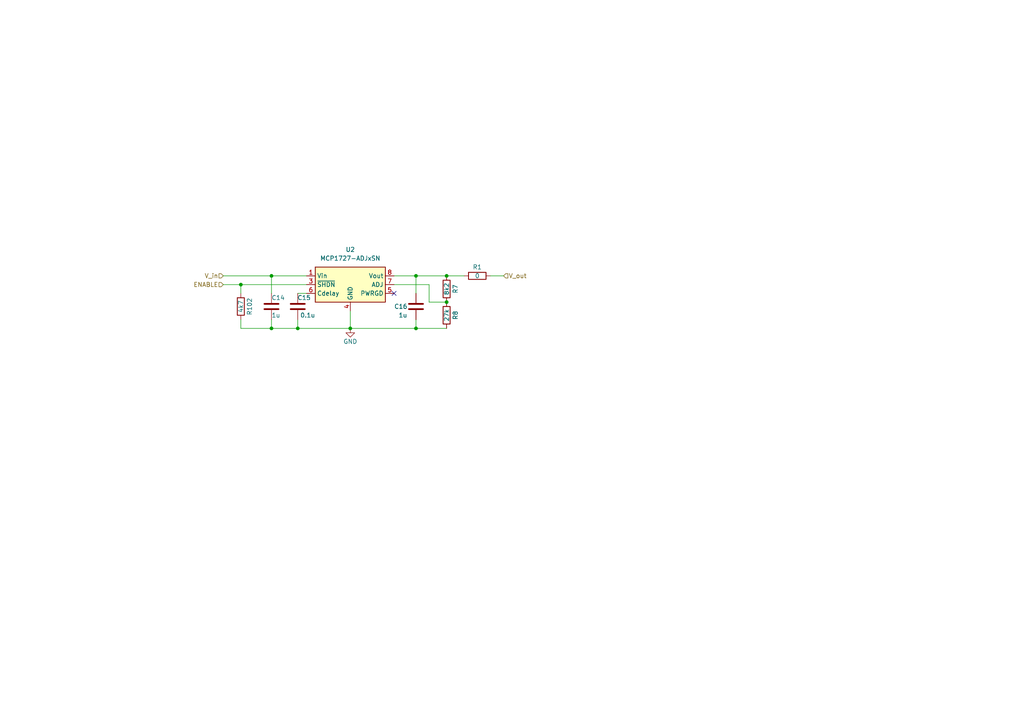
<source format=kicad_sch>
(kicad_sch (version 20230121) (generator eeschema)
  (paper "A4")
  (title_block (title "2D5 experiment board") (date "2023-12-01") (rev "0.1") (company "Apertus"))
  (lib_symbols
    (symbol "Device:C" (pin_numbers hide) (pin_names (offset 0.254))
      (property "Reference" "C" (at 0.635 2.54 0))
      (property "Value" "C" (at 0.635 -2.54 0))
      (symbol "C_0_1"
        (polyline (pts (xy -2.032 -0.762) (xy 2.032 -0.762)) (stroke (width 0.508)))
        (polyline (pts (xy -2.032 0.762) (xy 2.032 0.762)) (stroke (width 0.508)))
      )
      (symbol "C_1_1"
        (pin passive line (at 0 3.81 270) (length 2.794) (name "~") (number "1"))
        (pin passive line (at 0 -3.81 90) (length 2.794) (name "~") (number "2"))
      )
    )
    (symbol "Device:R" (pin_numbers hide) (pin_names (offset 0))
      (property "Reference" "R" (at 2.032 0 90))
      (property "Value" "R" (at 0 0 90))
      (symbol "R_0_1"
        (rectangle (start -1.016 -2.54) (end 1.016 2.54) (stroke (width 0.254)))
      )
      (symbol "R_1_1"
        (pin passive line (at 0 3.81 270) (length 1.27) (name "~") (number "1"))
        (pin passive line (at 0 -3.81 90) (length 1.27) (name "~") (number "2"))
      )
    )
    (symbol "Regulator_Linear:MCP1727-ADJxSN"
      (property "Reference" "U" (at -8.89 6.35 0))
      (property "Value" "MCP1727-ADJxSN" (at 3.81 6.35 0))
      (symbol "MCP1727-ADJxSN_0_0"
        (pin open_collector line (at 12.7 -2.54 180) (length 2.54) (name "PWRGD") (number "5"))
        (pin input line (at -12.7 -2.54 0) (length 2.54) (name "Cdelay") (number "6"))
        (pin input line (at 12.7 0 180) (length 2.54) (name "ADJ") (number "7"))
        (pin power_out line (at 12.7 2.54 180) (length 2.54) (name "Vout") (number "8"))
      )
      (symbol "MCP1727-ADJxSN_0_1"
        (rectangle (start -10.16 5.08) (end 10.16 -5.08) (stroke (width 0.254)) (fill (type background)))
      )
      (symbol "MCP1727-ADJxSN_1_1"
        (pin power_in line (at -12.7 2.54 0) (length 2.54) (name "Vin") (number "1"))
        (pin passive line (at -12.7 2.54 0) (length 2.54) hide (name "Vin") (number "2"))
        (pin input line (at -12.7 0 0) (length 2.54) (name "~{SHDN}") (number "3"))
        (pin power_in line (at 0 -7.62 90) (length 2.54) (name "GND") (number "4"))
      )
    )
    (symbol "power:GND" (power) (pin_names (offset 0))
      (property "Value" "GND" (at 0 -3.81 0))
      (symbol "GND_0_1"
        (polyline (pts (xy 0 0) (xy 0 -1.27) (xy 1.27 -1.27) (xy 0 -2.54) (xy -1.27 -1.27) (xy 0 -1.27)))
      )
      (symbol "GND_1_1"
        (pin power_in line (at 0 0 270) (length 0) hide (name "GND") (number "1"))
      )
    )
  )
  (junction (at 78.74 80.01))
  (junction (at 78.74 95.25))
  (junction (at 120.65 95.25))
  (junction (at 101.6 95.25))
  (junction (at 120.65 80.01))
  (junction (at 86.36 95.25))
  (junction (at 69.85 82.55))
  (junction (at 129.54 80.01))
  (junction (at 129.54 87.63))
  (no_connect (at 114.3 85.09))
  (wire (pts (xy 120.65 80.01) (xy 120.65 85.09)))
  (wire (pts (xy 129.54 87.63) (xy 124.46 87.63)))
  (wire (pts (xy 78.74 80.01) (xy 88.9 80.01)))
  (wire (pts (xy 120.65 95.25) (xy 129.54 95.25)))
  (wire (pts (xy 120.65 80.01) (xy 129.54 80.01)))
  (wire (pts (xy 64.77 80.01) (xy 78.74 80.01)))
  (wire (pts (xy 124.46 82.55) (xy 114.3 82.55)))
  (wire (pts (xy 78.74 95.25) (xy 78.74 92.71)))
  (wire (pts (xy 69.85 82.55) (xy 88.9 82.55)))
  (wire (pts (xy 78.74 95.25) (xy 86.36 95.25)))
  (wire (pts (xy 78.74 80.01) (xy 78.74 85.09)))
  (wire (pts (xy 86.36 85.09) (xy 88.9 85.09)))
  (wire (pts (xy 120.65 95.25) (xy 101.6 95.25)))
  (wire (pts (xy 86.36 95.25) (xy 86.36 92.71)))
  (wire (pts (xy 124.46 87.63) (xy 124.46 82.55)))
  (wire (pts (xy 64.77 82.55) (xy 69.85 82.55)))
  (wire (pts (xy 129.54 80.01) (xy 134.62 80.01)))
  (wire (pts (xy 86.36 95.25) (xy 101.6 95.25)))
  (wire (pts (xy 142.24 80.01) (xy 146.05 80.01)))
  (wire (pts (xy 101.6 90.17) (xy 101.6 95.25)))
  (wire (pts (xy 69.85 95.25) (xy 78.74 95.25)))
  (wire (pts (xy 69.85 82.55) (xy 69.85 85.09)))
  (wire (pts (xy 69.85 92.71) (xy 69.85 95.25)))
  (wire (pts (xy 120.65 95.25) (xy 120.65 92.71)))
  (wire (pts (xy 120.65 80.01) (xy 114.3 80.01)))
  (hierarchical_label "V_in" (shape input) (at 64.77 80.01 180))
  (hierarchical_label "ENABLE" (shape input) (at 64.77 82.55 180))
  (hierarchical_label "V_out" (shape input) (at 146.05 80.01 0))
  (symbol (lib_id "power:GND") (at 101.6 95.25 0) (unit 1)
    (property "Reference" "#PWR017" (effects hide))
    (property "Value" "GND" (at 101.6 99.06 0))
    (instances (project "zynq-test-board" (path "" (reference "#PWR017") (unit 1)) (path "" (reference "#PWR025") (unit 1)) (path "" (reference "#PWR035") (unit 1)) (path "" (reference "#PWR028") (unit 1)) (path "" (reference "#PWR031") (unit 1)) (path "" (reference "#PWR034") (unit 1)) (path "" (reference "#PWR039") (unit 1)) (path "" (reference "#PWR022") (unit 1))))
  )
  (symbol (lib_id "Device:R") (at 138.43 80.01 90) (unit 1)
    (property "Reference" "R1" (at 138.43 77.47 90))
    (property "Value" "0" (at 138.43 80.01 90))
    (property "Footprint" "Capacitor_SMD:C_0603_1608Metric" (effects hide))
  )
  (symbol (lib_id "Device:R") (at 69.85 88.9 0) (mirror y) (unit 1)
    (property "Reference" "R102" (at 72.39 86.36 90) (effects (justify right)))
    (property "Value" "4k7" (at 69.85 88.9 90))
    (property "Footprint" "Resistor_SMD:R_0603_1608Metric" (effects hide))
    (instances (project "zynq-test-board" (path "" (reference "R102") (unit 1)) (path "" (reference "R101") (unit 1)) (path "" (reference "R103") (unit 1)) (path "" (reference "R104") (unit 1)) (path "" (reference "R105") (unit 1)) (path "" (reference "R107") (unit 1))))
  )
  (symbol (lib_id "Device:C") (at 78.74 88.9 0) (unit 1)
    (property "Reference" "C14" (at 78.74 86.36 0) (effects (justify left)))
    (property "Value" "1u" (at 78.74 91.44 0) (effects (justify left)))
    (property "Footprint" "Capacitor_SMD:C_0603_1608Metric" (effects hide))
    (instances (project "zynq-test-board" (path "" (reference "C14") (unit 1)) (path "" (reference "C6") (unit 1)) (path "" (reference "C45") (unit 1)) (path "" (reference "C14") (unit 1)) (path "" (reference "C22") (unit 1)) (path "" (reference "C30") (unit 1)) (path "" (reference "C42") (unit 1)) (path "" (reference "C1") (unit 1))))
  )
  (symbol (lib_id "Device:R") (at 129.54 91.44 180) (unit 1)
    (property "Reference" "R8" (at 132.08 91.44 90))
    (property "Value" "27k" (at 129.54 91.44 90))
    (property "Footprint" "Capacitor_SMD:C_0603_1608Metric" (effects hide))
  )
  (symbol (lib_id "Device:C") (at 86.36 88.9 0) (mirror x) (unit 1)
    (property "Reference" "C15" (at 90.17 86.36 0) (effects (justify right)))
    (property "Value" "0.1u" (at 91.44 91.44 0) (effects (justify right)))
    (property "Footprint" "Capacitor_SMD:C_0603_1608Metric" (effects hide))
    (instances (project "zynq-test-board" (path "" (reference "C15") (unit 1)) (path "" (reference "C7") (unit 1)) (path "" (reference "C46") (unit 1)) (path "" (reference "C15") (unit 1)) (path "" (reference "C23") (unit 1)) (path "" (reference "C31") (unit 1)) (path "" (reference "C43") (unit 1)) (path "" (reference "C2") (unit 1))))
  )
  (symbol (lib_id "Regulator_Linear:MCP1727-ADJxSN") (at 101.6 82.55 0) (unit 1)
    (property "Reference" "U2" (at 101.6 72.39 0))
    (property "Value" "MCP1727-ADJxSN" (at 101.6 74.93 0))
    (property "Footprint" "Package_SO:SOIC-8_3.9x4.9mm_P1.27mm" (effects hide))
    (property "Datasheet" "https://ww1.microchip.com/downloads/aemtest/APID/ProductDocuments/DataSheets/MCP1727-1.5A-Low-Voltage-Low-Quiescent-Current-LDO-Regulator-20001999D.pdf" (effects hide))
    (instances (project "zynq-test-board" (path "" (reference "U2") (unit 1)) (path "" (reference "U3") (unit 1)) (path "" (reference "U14") (unit 1)) (path "" (reference "U5") (unit 1)) (path "" (reference "U7") (unit 1)) (path "" (reference "U9") (unit 1)) (path "" (reference "U12") (unit 1)) (path "" (reference "U1") (unit 1))))
  )
  (symbol (lib_id "Device:C") (at 120.65 88.9 0) (mirror y) (unit 1)
    (property "Reference" "C16" (at 114.3 88.9 0) (effects (justify right)))
    (property "Value" "1u" (at 115.57 91.44 0) (effects (justify right)))
    (property "Footprint" "Capacitor_SMD:C_0603_1608Metric" (effects hide))
    (instances (project "zynq-test-board" (path "" (reference "C16") (unit 1)) (path "" (reference "C8") (unit 1)) (path "" (reference "C47") (unit 1)) (path "" (reference "C16") (unit 1)) (path "" (reference "C24") (unit 1)) (path "" (reference "C32") (unit 1)) (path "" (reference "C44") (unit 1)) (path "" (reference "C3") (unit 1))))
  )
  (symbol (lib_id "Device:R") (at 129.54 83.82 0) (mirror x) (unit 1)
    (property "Reference" "R7" (at 132.08 83.82 90))
    (property "Value" "8k2" (at 129.54 83.82 90))
    (property "Footprint" "Capacitor_SMD:C_0603_1608Metric" (effects hide))
  )
)
</source>
